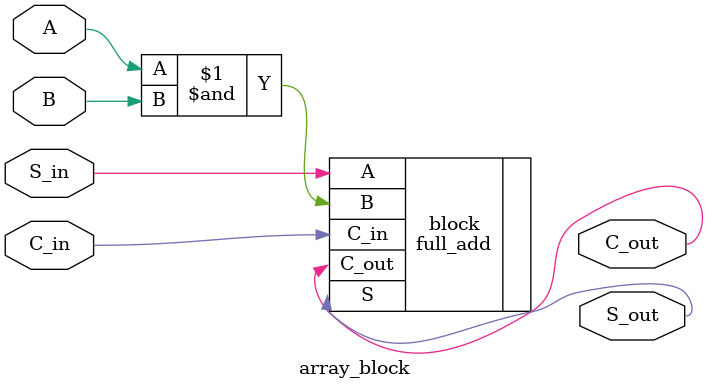
<source format=v>
`timescale 1ns / 1ns


module array_block (input A,
                    input B,
                    input S_in,
                    input C_in,
                    output C_out,
                    output S_out);
    
    full_add block(.A(S_in), .B(A&B), .C_in(C_in), .S(S_out), .C_out(C_out));
    
endmodule
    

</source>
